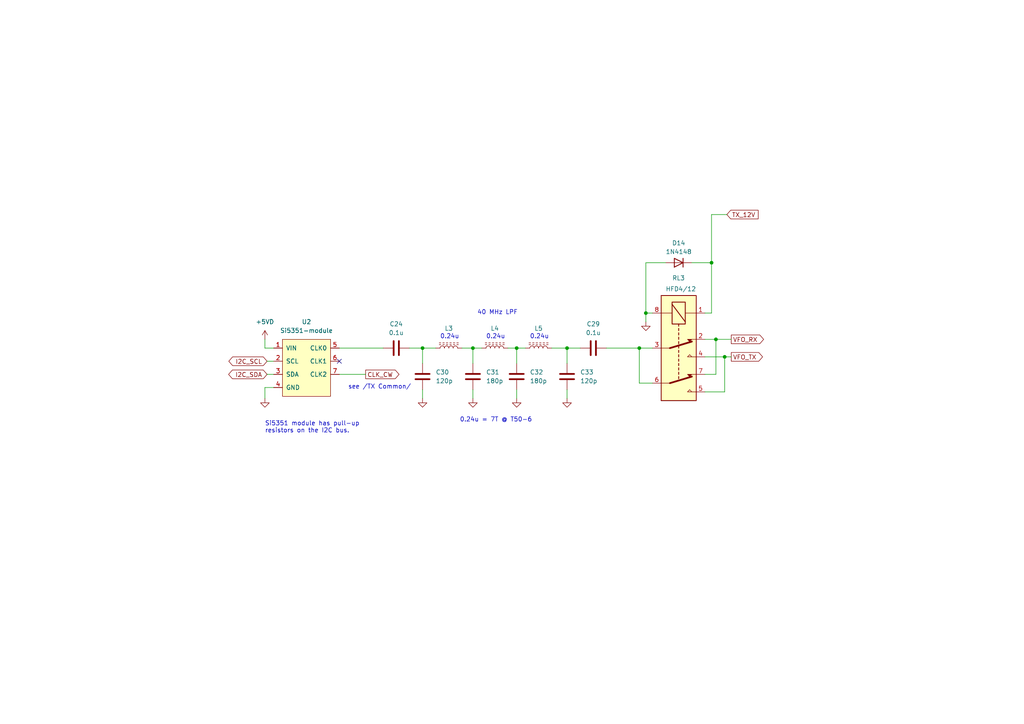
<source format=kicad_sch>
(kicad_sch (version 20230121) (generator eeschema)
  (paper "A4")
  (lib_symbols
    (symbol "Device:C" (pin_numbers hide) (pin_names (offset 0.254))
      (property "Reference" "C" (at 0.635 2.54 0))
      (property "Value" "C" (at 0.635 -2.54 0))
      (symbol "C_0_1"
        (polyline (pts (xy -2.032 -0.762) (xy 2.032 -0.762)) (stroke (width 0.508)))
        (polyline (pts (xy -2.032 0.762) (xy 2.032 0.762)) (stroke (width 0.508)))
      )
      (symbol "C_1_1"
        (pin passive line (at 0 3.81 270) (length 2.794) (name "~") (number "1"))
        (pin passive line (at 0 -3.81 90) (length 2.794) (name "~") (number "2"))
      )
    )
    (symbol "Device:L_Ferrite" (pin_numbers hide) (pin_names (offset 1.016) hide)
      (property "Reference" "L" (at -1.27 0 90))
      (property "Value" "L_Ferrite" (at 2.794 0 90))
      (symbol "L_Ferrite_0_1"
        (arc (start 0 -2.54) (mid 0.6323 -1.905) (end 0 -1.27))
        (arc (start 0 -1.27) (mid 0.6323 -0.635) (end 0 0))
        (polyline (pts (xy 1.016 -2.794) (xy 1.016 -2.286)))
        (polyline (pts (xy 1.016 -1.778) (xy 1.016 -1.27)))
        (polyline (pts (xy 1.016 -0.762) (xy 1.016 -0.254)))
        (polyline (pts (xy 1.016 0.254) (xy 1.016 0.762)))
        (polyline (pts (xy 1.016 1.27) (xy 1.016 1.778)))
        (polyline (pts (xy 1.016 2.286) (xy 1.016 2.794)))
        (polyline (pts (xy 1.524 -2.286) (xy 1.524 -2.794)))
        (polyline (pts (xy 1.524 -1.27) (xy 1.524 -1.778)))
        (polyline (pts (xy 1.524 -0.254) (xy 1.524 -0.762)))
        (polyline (pts (xy 1.524 0.762) (xy 1.524 0.254)))
        (polyline (pts (xy 1.524 1.778) (xy 1.524 1.27)))
        (polyline (pts (xy 1.524 2.794) (xy 1.524 2.286)))
        (arc (start 0 0) (mid 0.6323 0.635) (end 0 1.27))
        (arc (start 0 1.27) (mid 0.6323 1.905) (end 0 2.54))
      )
      (symbol "L_Ferrite_1_1"
        (pin passive line (at 0 3.81 270) (length 1.27) (name "1") (number "1"))
        (pin passive line (at 0 -3.81 90) (length 1.27) (name "2") (number "2"))
      )
    )
    (symbol "Diode:1N4148" (pin_numbers hide) (pin_names hide)
      (property "Reference" "D" (at 0 2.54 0))
      (property "Value" "1N4148" (at 0 -2.54 0))
      (symbol "1N4148_0_1"
        (polyline (pts (xy -1.27 1.27) (xy -1.27 -1.27)) (stroke (width 0.254)))
        (polyline (pts (xy 1.27 0) (xy -1.27 0)))
        (polyline (pts (xy 1.27 1.27) (xy 1.27 -1.27) (xy -1.27 0) (xy 1.27 1.27)) (stroke (width 0.254)))
      )
      (symbol "1N4148_1_1"
        (pin passive line (at -3.81 0 0) (length 2.54) (name "K") (number "1"))
        (pin passive line (at 3.81 0 180) (length 2.54) (name "A") (number "2"))
      )
    )
    (symbol "My Library:Si5351-module" (pin_names (offset 1.016))
      (property "Reference" "U" (at 0 0 0))
      (property "Value" "Si5351-module" (at 0 3.81 0))
      (symbol "Si5351-module_0_1"
        (rectangle (start -6.35 -2.54) (end 7.62 -19.05) (fill (type background)))
      )
      (symbol "Si5351-module_1_1"
        (pin power_in line (at -8.89 -5.08 0) (length 2.54) (name "VIN") (number "1"))
        (pin bidirectional line (at -8.89 -8.89 0) (length 2.54) (name "SCL") (number "2"))
        (pin bidirectional line (at -8.89 -12.7 0) (length 2.54) (name "SDA") (number "3"))
        (pin power_in line (at -8.89 -16.51 0) (length 2.54) (name "GND") (number "4"))
        (pin output line (at 10.16 -5.08 180) (length 2.54) (name "CLK0") (number "5"))
        (pin output line (at 10.16 -8.89 180) (length 2.54) (name "CLK1") (number "6"))
        (pin output line (at 10.16 -12.7 180) (length 2.54) (name "CLK2") (number "7"))
      )
    )
    (symbol "Relay:G2RL-2-ASI-DC5"
      (property "Reference" "RL" (at 16.51 3.81 0))
      (property "Value" "G2RL-2-ASI-DC5" (at 16.51 1.27 0))
      (symbol "G2RL-2-ASI-DC5_0_1"
        (rectangle (start -15.24 5.08) (end 15.24 -5.08) (stroke (width 0.254)) (fill (type background)))
        (rectangle (start -13.335 1.905) (end -6.985 -1.905) (stroke (width 0.254)))
        (polyline (pts (xy -12.7 -1.905) (xy -7.62 1.905)) (stroke (width 0.254)))
        (polyline (pts (xy -10.16 -5.08) (xy -10.16 -1.905)))
        (polyline (pts (xy -10.16 5.08) (xy -10.16 1.905)))
        (polyline (pts (xy -6.985 0) (xy -6.35 0)) (stroke (width 0.254)))
        (polyline (pts (xy -5.715 0) (xy -5.08 0)) (stroke (width 0.254)))
        (polyline (pts (xy -4.445 0) (xy -3.81 0)) (stroke (width 0.254)))
        (polyline (pts (xy -3.175 0) (xy -2.54 0)) (stroke (width 0.254)))
        (polyline (pts (xy -1.905 0) (xy -1.27 0)) (stroke (width 0.254)))
        (polyline (pts (xy -0.635 0) (xy 0 0)) (stroke (width 0.254)))
        (polyline (pts (xy 0 -2.54) (xy -1.905 3.81)) (stroke (width 0.508)))
        (polyline (pts (xy 0 -2.54) (xy 0 -5.08)))
        (polyline (pts (xy 0.635 0) (xy 1.27 0)) (stroke (width 0.254)))
        (polyline (pts (xy 1.905 0) (xy 2.54 0)) (stroke (width 0.254)))
        (polyline (pts (xy 3.175 0) (xy 3.81 0)) (stroke (width 0.254)))
        (polyline (pts (xy 4.445 0) (xy 5.08 0)) (stroke (width 0.254)))
        (polyline (pts (xy 5.715 0) (xy 6.35 0)) (stroke (width 0.254)))
        (polyline (pts (xy 6.985 0) (xy 7.62 0)) (stroke (width 0.254)))
        (polyline (pts (xy 8.255 0) (xy 8.89 0)) (stroke (width 0.254)))
        (polyline (pts (xy 10.16 -2.54) (xy 8.255 3.81)) (stroke (width 0.508)))
        (polyline (pts (xy 10.16 -2.54) (xy 10.16 -5.08)))
        (polyline (pts (xy -2.54 5.08) (xy -2.54 2.54) (xy -1.905 3.175) (xy -2.54 3.81)) (fill (type outline)))
        (polyline (pts (xy 2.54 5.08) (xy 2.54 2.54) (xy 1.905 3.175) (xy 2.54 3.81)))
        (polyline (pts (xy 7.62 5.08) (xy 7.62 2.54) (xy 8.255 3.175) (xy 7.62 3.81)) (fill (type outline)))
        (polyline (pts (xy 12.7 5.08) (xy 12.7 2.54) (xy 12.065 3.175) (xy 12.7 3.81)))
      )
      (symbol "G2RL-2-ASI-DC5_1_1"
        (pin passive line (at -10.16 7.62 270) (length 2.54) (name "~") (number "1"))
        (pin passive line (at -2.54 7.62 270) (length 2.54) (name "~") (number "2"))
        (pin passive line (at 0 -7.62 90) (length 2.54) (name "~") (number "3"))
        (pin passive line (at 2.54 7.62 270) (length 2.54) (name "~") (number "4"))
        (pin passive line (at 12.7 7.62 270) (length 2.54) (name "~") (number "5"))
        (pin passive line (at 10.16 -7.62 90) (length 2.54) (name "~") (number "6"))
        (pin passive line (at 7.62 7.62 270) (length 2.54) (name "~") (number "7"))
        (pin passive line (at -10.16 -7.62 90) (length 2.54) (name "~") (number "8"))
      )
    )
    (symbol "power:+5VD" (power) (pin_names (offset 0))
      (property "Value" "+5VD" (at 0 3.556 0))
      (symbol "+5VD_0_1"
        (polyline (pts (xy -0.762 1.27) (xy 0 2.54)))
        (polyline (pts (xy 0 0) (xy 0 2.54)))
        (polyline (pts (xy 0 2.54) (xy 0.762 1.27)))
      )
      (symbol "+5VD_1_1"
        (pin power_in line (at 0 0 90) (length 0) hide (name "+5VD") (number "1"))
      )
    )
    (symbol "power:GND" (power) (pin_names (offset 0))
      (property "Value" "GND" (at 0 -3.81 0))
      (symbol "GND_0_1"
        (polyline (pts (xy 0 0) (xy 0 -1.27) (xy 1.27 -1.27) (xy 0 -2.54) (xy -1.27 -1.27) (xy 0 -1.27)))
      )
      (symbol "GND_1_1"
        (pin power_in line (at 0 0 270) (length 0) hide (name "GND") (number "1"))
      )
    )
  )
  (junction (at 149.86 100.965))
  (junction (at 164.465 100.965))
  (junction (at 185.42 100.965))
  (junction (at 207.645 98.425))
  (junction (at 122.555 100.965))
  (junction (at 137.16 100.965))
  (junction (at 210.185 103.505))
  (junction (at 206.375 76.2))
  (junction (at 187.325 90.805))
  (no_connect (at 98.425 104.775))
  (wire (pts (xy 98.425 100.965) (xy 111.125 100.965)))
  (wire (pts (xy 187.325 90.805) (xy 189.23 90.805)))
  (wire (pts (xy 149.86 100.965) (xy 149.86 105.41)))
  (wire (pts (xy 149.86 100.965) (xy 152.4 100.965)))
  (wire (pts (xy 118.745 100.965) (xy 122.555 100.965)))
  (wire (pts (xy 206.375 76.2) (xy 200.66 76.2)))
  (wire (pts (xy 207.645 98.425) (xy 207.645 108.585)))
  (wire (pts (xy 204.47 113.665) (xy 210.185 113.665)))
  (wire (pts (xy 206.375 90.805) (xy 206.375 76.2)))
  (wire (pts (xy 137.16 100.965) (xy 137.16 105.41)))
  (wire (pts (xy 207.645 108.585) (xy 204.47 108.585)))
  (wire (pts (xy 175.895 100.965) (xy 185.42 100.965)))
  (wire (pts (xy 207.645 98.425) (xy 212.09 98.425)))
  (wire (pts (xy 149.86 113.03) (xy 149.86 115.57)))
  (wire (pts (xy 206.375 62.23) (xy 206.375 76.2)))
  (wire (pts (xy 206.375 62.23) (xy 210.82 62.23)))
  (wire (pts (xy 77.47 104.775) (xy 79.375 104.775)))
  (wire (pts (xy 137.16 113.03) (xy 137.16 115.57)))
  (wire (pts (xy 133.985 100.965) (xy 137.16 100.965)))
  (wire (pts (xy 210.185 113.665) (xy 210.185 103.505)))
  (wire (pts (xy 122.555 113.03) (xy 122.555 115.57)))
  (wire (pts (xy 164.465 100.965) (xy 168.275 100.965)))
  (wire (pts (xy 164.465 113.03) (xy 164.465 115.57)))
  (wire (pts (xy 147.32 100.965) (xy 149.86 100.965)))
  (wire (pts (xy 187.325 90.805) (xy 187.325 76.2)))
  (wire (pts (xy 210.185 103.505) (xy 212.09 103.505)))
  (wire (pts (xy 185.42 100.965) (xy 189.23 100.965)))
  (wire (pts (xy 187.325 93.345) (xy 187.325 90.805)))
  (wire (pts (xy 185.42 100.965) (xy 185.42 111.125)))
  (wire (pts (xy 185.42 111.125) (xy 189.23 111.125)))
  (wire (pts (xy 204.47 98.425) (xy 207.645 98.425)))
  (wire (pts (xy 122.555 100.965) (xy 126.365 100.965)))
  (wire (pts (xy 76.835 100.965) (xy 76.835 98.425)))
  (wire (pts (xy 76.835 112.395) (xy 79.375 112.395)))
  (wire (pts (xy 204.47 90.805) (xy 206.375 90.805)))
  (wire (pts (xy 77.47 108.585) (xy 79.375 108.585)))
  (wire (pts (xy 79.375 100.965) (xy 76.835 100.965)))
  (wire (pts (xy 160.02 100.965) (xy 164.465 100.965)))
  (wire (pts (xy 98.425 108.585) (xy 106.045 108.585)))
  (wire (pts (xy 122.555 100.965) (xy 122.555 105.41)))
  (wire (pts (xy 164.465 100.965) (xy 164.465 105.41)))
  (wire (pts (xy 187.325 76.2) (xy 193.04 76.2)))
  (wire (pts (xy 204.47 103.505) (xy 210.185 103.505)))
  (wire (pts (xy 137.16 100.965) (xy 139.7 100.965)))
  (wire (pts (xy 76.835 115.57) (xy 76.835 112.395)))
  (text "Si5351 module has pull-up\nresistors on the I2C bus." (at 76.835 125.73 0) (effects (font (size 1.27 1.27)) (justify left bottom)))
  (text "0.24u" (at 140.97 98.425 0) (effects (font (size 1.27 1.27)) (justify left bottom)))
  (text "see /TX Common/" (at 100.965 113.03 0) (effects (font (size 1.27 1.27)) (justify left bottom)))
  (text "0.24u" (at 127.635 98.425 0) (effects (font (size 1.27 1.27)) (justify left bottom)))
  (text "0.24u = 7T @ T50-6" (at 133.35 122.555 0) (effects (font (size 1.27 1.27)) (justify left bottom)))
  (text "0.24u" (at 153.67 98.425 0) (effects (font (size 1.27 1.27)) (justify left bottom)))
  (text "40 MHz LPF" (at 138.43 91.44 0) (effects (font (size 1.27 1.27)) (justify left bottom)))
  (global_label "CLK_CW" (shape output) (at 106.045 108.585 0) (property "Intersheetrefs" "${INTERSHEET_REFS}" (effects hide)))
  (global_label "VFO_TX" (shape output) (at 212.09 103.505 0) (property "Intersheetrefs" "${INTERSHEET_REFS}" (effects hide)))
  (global_label "TX_12V" (shape input) (at 210.82 62.23 0) (property "Intersheetrefs" "${INTERSHEET_REFS}" (effects hide)))
  (global_label "I2C_SCL" (shape bidirectional) (at 77.47 104.775 180) (property "Intersheetrefs" "${INTERSHEET_REFS}" (effects hide)))
  (global_label "I2C_SDA" (shape bidirectional) (at 77.47 108.585 180) (property "Intersheetrefs" "${INTERSHEET_REFS}" (effects hide)))
  (global_label "VFO_RX" (shape output) (at 212.09 98.425 0) (property "Intersheetrefs" "${INTERSHEET_REFS}" (effects hide)))
  (symbol (lib_id "Device:C") (at 122.555 109.22 0) (unit 1)
    (property "Reference" "C30" (at 126.365 107.95 0) (effects (justify left)))
    (property "Value" "120p" (at 126.365 110.49 0) (effects (justify left)))
    (instances (project "hbr-mk2" (path "" (reference "C30") (unit 1)) (path "" (reference "C60") (unit 1)) (path "" (reference "C60") (unit 1))))
  )
  (symbol (lib_id "power:GND") (at 187.325 93.345 0) (unit 1)
    (property "Reference" "#PWR0126" (effects hide))
    (property "Value" "GND" (effects hide))
  )
  (symbol (lib_id "power:GND") (at 122.555 115.57 0) (unit 1)
    (property "Reference" "#PWR050" (effects hide))
    (property "Value" "GND" (effects hide))
    (instances (project "hbr-mk2" (path "" (reference "#PWR050") (unit 1)) (path "" (reference "#PWR0100") (unit 1)) (path "" (reference "#PWR0100") (unit 1))))
  )
  (symbol (lib_id "Device:C") (at 172.085 100.965 90) (unit 1)
    (property "Reference" "C29" (at 172.085 93.98 90))
    (property "Value" "0.1u" (at 172.085 96.52 90))
    (instances (project "hbr-mk2" (path "" (reference "C29") (unit 1)) (path "" (reference "C64") (unit 1)) (path "" (reference "C64") (unit 1))))
  )
  (symbol (lib_id "Device:L_Ferrite") (at 156.21 100.965 90) (unit 1)
    (property "Reference" "L5" (at 156.21 95.25 90))
    (property "Value" "T50-6" (effects hide))
    (instances (project "hbr-mk2" (path "" (reference "L5") (unit 1)) (path "" (reference "L8") (unit 1)) (path "" (reference "L8") (unit 1))))
  )
  (symbol (lib_id "power:GND") (at 164.465 115.57 0) (unit 1)
    (property "Reference" "#PWR053" (effects hide))
    (property "Value" "GND" (effects hide))
    (instances (project "hbr-mk2" (path "" (reference "#PWR053") (unit 1)) (path "" (reference "#PWR0103") (unit 1)) (path "" (reference "#PWR0103") (unit 1))))
  )
  (symbol (lib_id "Device:C") (at 149.86 109.22 0) (unit 1)
    (property "Reference" "C32" (at 153.67 107.95 0) (effects (justify left)))
    (property "Value" "180p" (at 153.67 110.49 0) (effects (justify left)))
    (instances (project "hbr-mk2" (path "" (reference "C32") (unit 1)) (path "" (reference "C62") (unit 1)) (path "" (reference "C62") (unit 1))))
  )
  (symbol (lib_id "Device:C") (at 114.935 100.965 90) (unit 1)
    (property "Reference" "C24" (at 114.935 93.98 90))
    (property "Value" "0.1u" (at 114.935 96.52 90))
    (instances (project "hbr-mk2" (path "" (reference "C24") (unit 1)) (path "" (reference "C59") (unit 1)) (path "" (reference "C59") (unit 1))))
  )
  (symbol (lib_id "power:+5VD") (at 76.835 98.425 0) (unit 1)
    (property "Reference" "#PWR095" (effects hide))
    (property "Value" "+5VD" (at 76.835 93.345 0))
  )
  (symbol (lib_id "Device:L_Ferrite") (at 130.175 100.965 90) (unit 1)
    (property "Reference" "L3" (at 130.175 95.25 90))
    (property "Value" "T50-6" (effects hide))
    (instances (project "hbr-mk2" (path "" (reference "L3") (unit 1)) (path "" (reference "L6") (unit 1)) (path "" (reference "L6") (unit 1))))
  )
  (symbol (lib_id "Device:C") (at 164.465 109.22 0) (unit 1)
    (property "Reference" "C33" (at 168.275 107.95 0) (effects (justify left)))
    (property "Value" "120p" (at 168.275 110.49 0) (effects (justify left)))
    (instances (project "hbr-mk2" (path "" (reference "C33") (unit 1)) (path "" (reference "C63") (unit 1)) (path "" (reference "C63") (unit 1))))
  )
  (symbol (lib_id "Device:C") (at 137.16 109.22 0) (unit 1)
    (property "Reference" "C31" (at 140.97 107.95 0) (effects (justify left)))
    (property "Value" "180p" (at 140.97 110.49 0) (effects (justify left)))
    (instances (project "hbr-mk2" (path "" (reference "C31") (unit 1)) (path "" (reference "C61") (unit 1)) (path "" (reference "C61") (unit 1))))
  )
  (symbol (lib_id "power:GND") (at 137.16 115.57 0) (unit 1)
    (property "Reference" "#PWR051" (effects hide))
    (property "Value" "GND" (effects hide))
    (instances (project "hbr-mk2" (path "" (reference "#PWR051") (unit 1)) (path "" (reference "#PWR0101") (unit 1)) (path "" (reference "#PWR0101") (unit 1))))
  )
  (symbol (lib_id "Relay:G2RL-2-ASI-DC5") (at 196.85 100.965 270) (unit 1)
    (property "Reference" "RL3" (at 194.945 80.645 90) (effects (justify left)))
    (property "Value" "HFD4/12" (at 193.04 83.82 90) (effects (justify left)))
    (property "Footprint" "Relay_THT:Relay_DPDT_Omron_G2RL" (effects hide))
    (property "Datasheet" "https://omronfs.omron.com/en_US/ecb/products/pdf/en-g2rl.pdf" (effects hide))
    (instances (project "hbr-mk2" (path "" (reference "RL3") (unit 1)) (path "" (reference "RL7") (unit 1)) (path "" (reference "RL7") (unit 1))))
  )
  (symbol (lib_id "My Library:Si5351-module") (at 88.265 95.885 0) (unit 1)
    (property "Reference" "U2" (at 88.9 93.345 0))
    (property "Value" "Si5351-module" (at 88.9 95.885 0))
  )
  (symbol (lib_id "Diode:1N4148") (at 196.85 76.2 180) (unit 1)
    (property "Reference" "D14" (at 196.85 70.485 0))
    (property "Value" "1N4148" (at 196.85 73.025 0))
    (property "Footprint" "Diode_THT:D_DO-35_SOD27_P7.62mm_Horizontal" (effects hide))
    (property "Datasheet" "https://assets.nexperia.com/documents/data-sheet/1N4148_1N4448.pdf" (effects hide))
    (property "Sim.Device" "D" (effects hide))
    (property "Sim.Pins" "1=K 2=A" (effects hide))
  )
  (symbol (lib_id "power:GND") (at 149.86 115.57 0) (unit 1)
    (property "Reference" "#PWR052" (effects hide))
    (property "Value" "GND" (effects hide))
    (instances (project "hbr-mk2" (path "" (reference "#PWR052") (unit 1)) (path "" (reference "#PWR0102") (unit 1)) (path "" (reference "#PWR0102") (unit 1))))
  )
  (symbol (lib_id "power:GND") (at 76.835 115.57 0) (unit 1)
    (property "Reference" "#PWR098" (effects hide))
    (property "Value" "GND" (effects hide))
  )
  (symbol (lib_id "Device:L_Ferrite") (at 143.51 100.965 90) (unit 1)
    (property "Reference" "L4" (at 143.51 95.25 90))
    (property "Value" "T50-6" (effects hide))
    (instances (project "hbr-mk2" (path "" (reference "L4") (unit 1)) (path "" (reference "L7") (unit 1)) (path "" (reference "L7") (unit 1))))
  )
)
</source>
